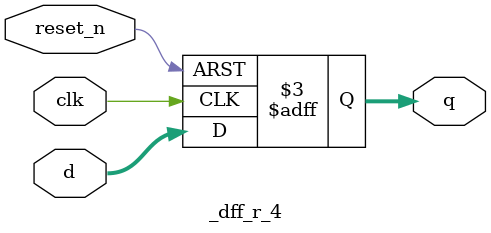
<source format=v>
module _dff_r_4(clk, reset_n, d, q);
	input clk,reset_n;
	input [3:0] d;
	output reg [3:0]q;
	
	// 4 bit flip flop
	always@(posedge clk or negedge reset_n)
	begin
		if(reset_n == 0) q <= 4'b0000;
		else q <= d;
	end
endmodule
	
</source>
